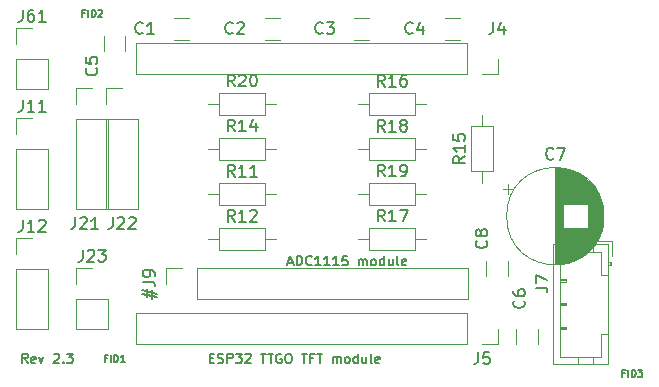
<source format=gto>
G04 #@! TF.GenerationSoftware,KiCad,Pcbnew,(5.1.6-0-10_14)*
G04 #@! TF.CreationDate,2021-08-19T15:45:43+01:00*
G04 #@! TF.ProjectId,JuntekOnSteroidsTTGO,4a756e74-656b-44f6-9e53-7465726f6964,2.3*
G04 #@! TF.SameCoordinates,PX5b716c8PY5b716c8*
G04 #@! TF.FileFunction,Legend,Top*
G04 #@! TF.FilePolarity,Positive*
%FSLAX46Y46*%
G04 Gerber Fmt 4.6, Leading zero omitted, Abs format (unit mm)*
G04 Created by KiCad (PCBNEW (5.1.6-0-10_14)) date 2021-08-19 15:45:43*
%MOMM*%
%LPD*%
G01*
G04 APERTURE LIST*
%ADD10C,0.150000*%
%ADD11C,0.120000*%
G04 APERTURE END LIST*
D10*
X26759523Y15741667D02*
X27140476Y15741667D01*
X26683333Y15513096D02*
X26950000Y16313096D01*
X27216666Y15513096D01*
X27483333Y15513096D02*
X27483333Y16313096D01*
X27673809Y16313096D01*
X27788095Y16275000D01*
X27864285Y16198810D01*
X27902380Y16122620D01*
X27940476Y15970239D01*
X27940476Y15855953D01*
X27902380Y15703572D01*
X27864285Y15627381D01*
X27788095Y15551191D01*
X27673809Y15513096D01*
X27483333Y15513096D01*
X28740476Y15589286D02*
X28702380Y15551191D01*
X28588095Y15513096D01*
X28511904Y15513096D01*
X28397619Y15551191D01*
X28321428Y15627381D01*
X28283333Y15703572D01*
X28245238Y15855953D01*
X28245238Y15970239D01*
X28283333Y16122620D01*
X28321428Y16198810D01*
X28397619Y16275000D01*
X28511904Y16313096D01*
X28588095Y16313096D01*
X28702380Y16275000D01*
X28740476Y16236905D01*
X29502380Y15513096D02*
X29045238Y15513096D01*
X29273809Y15513096D02*
X29273809Y16313096D01*
X29197619Y16198810D01*
X29121428Y16122620D01*
X29045238Y16084524D01*
X30264285Y15513096D02*
X29807142Y15513096D01*
X30035714Y15513096D02*
X30035714Y16313096D01*
X29959523Y16198810D01*
X29883333Y16122620D01*
X29807142Y16084524D01*
X31026190Y15513096D02*
X30569047Y15513096D01*
X30797619Y15513096D02*
X30797619Y16313096D01*
X30721428Y16198810D01*
X30645238Y16122620D01*
X30569047Y16084524D01*
X31750000Y16313096D02*
X31369047Y16313096D01*
X31330952Y15932143D01*
X31369047Y15970239D01*
X31445238Y16008334D01*
X31635714Y16008334D01*
X31711904Y15970239D01*
X31750000Y15932143D01*
X31788095Y15855953D01*
X31788095Y15665477D01*
X31750000Y15589286D01*
X31711904Y15551191D01*
X31635714Y15513096D01*
X31445238Y15513096D01*
X31369047Y15551191D01*
X31330952Y15589286D01*
X32740476Y15513096D02*
X32740476Y16046429D01*
X32740476Y15970239D02*
X32778571Y16008334D01*
X32854761Y16046429D01*
X32969047Y16046429D01*
X33045238Y16008334D01*
X33083333Y15932143D01*
X33083333Y15513096D01*
X33083333Y15932143D02*
X33121428Y16008334D01*
X33197619Y16046429D01*
X33311904Y16046429D01*
X33388095Y16008334D01*
X33426190Y15932143D01*
X33426190Y15513096D01*
X33921428Y15513096D02*
X33845238Y15551191D01*
X33807142Y15589286D01*
X33769047Y15665477D01*
X33769047Y15894048D01*
X33807142Y15970239D01*
X33845238Y16008334D01*
X33921428Y16046429D01*
X34035714Y16046429D01*
X34111904Y16008334D01*
X34150000Y15970239D01*
X34188095Y15894048D01*
X34188095Y15665477D01*
X34150000Y15589286D01*
X34111904Y15551191D01*
X34035714Y15513096D01*
X33921428Y15513096D01*
X34873809Y15513096D02*
X34873809Y16313096D01*
X34873809Y15551191D02*
X34797619Y15513096D01*
X34645238Y15513096D01*
X34569047Y15551191D01*
X34530952Y15589286D01*
X34492857Y15665477D01*
X34492857Y15894048D01*
X34530952Y15970239D01*
X34569047Y16008334D01*
X34645238Y16046429D01*
X34797619Y16046429D01*
X34873809Y16008334D01*
X35597619Y16046429D02*
X35597619Y15513096D01*
X35254761Y16046429D02*
X35254761Y15627381D01*
X35292857Y15551191D01*
X35369047Y15513096D01*
X35483333Y15513096D01*
X35559523Y15551191D01*
X35597619Y15589286D01*
X36092857Y15513096D02*
X36016666Y15551191D01*
X35978571Y15627381D01*
X35978571Y16313096D01*
X36702380Y15551191D02*
X36626190Y15513096D01*
X36473809Y15513096D01*
X36397619Y15551191D01*
X36359523Y15627381D01*
X36359523Y15932143D01*
X36397619Y16008334D01*
X36473809Y16046429D01*
X36626190Y16046429D01*
X36702380Y16008334D01*
X36740476Y15932143D01*
X36740476Y15855953D01*
X36359523Y15779762D01*
X20124047Y7677143D02*
X20390714Y7677143D01*
X20505000Y7258096D02*
X20124047Y7258096D01*
X20124047Y8058096D01*
X20505000Y8058096D01*
X20809761Y7296191D02*
X20924047Y7258096D01*
X21114523Y7258096D01*
X21190714Y7296191D01*
X21228809Y7334286D01*
X21266904Y7410477D01*
X21266904Y7486667D01*
X21228809Y7562858D01*
X21190714Y7600953D01*
X21114523Y7639048D01*
X20962142Y7677143D01*
X20885952Y7715239D01*
X20847857Y7753334D01*
X20809761Y7829524D01*
X20809761Y7905715D01*
X20847857Y7981905D01*
X20885952Y8020000D01*
X20962142Y8058096D01*
X21152619Y8058096D01*
X21266904Y8020000D01*
X21609761Y7258096D02*
X21609761Y8058096D01*
X21914523Y8058096D01*
X21990714Y8020000D01*
X22028809Y7981905D01*
X22066904Y7905715D01*
X22066904Y7791429D01*
X22028809Y7715239D01*
X21990714Y7677143D01*
X21914523Y7639048D01*
X21609761Y7639048D01*
X22333571Y8058096D02*
X22828809Y8058096D01*
X22562142Y7753334D01*
X22676428Y7753334D01*
X22752619Y7715239D01*
X22790714Y7677143D01*
X22828809Y7600953D01*
X22828809Y7410477D01*
X22790714Y7334286D01*
X22752619Y7296191D01*
X22676428Y7258096D01*
X22447857Y7258096D01*
X22371666Y7296191D01*
X22333571Y7334286D01*
X23133571Y7981905D02*
X23171666Y8020000D01*
X23247857Y8058096D01*
X23438333Y8058096D01*
X23514523Y8020000D01*
X23552619Y7981905D01*
X23590714Y7905715D01*
X23590714Y7829524D01*
X23552619Y7715239D01*
X23095476Y7258096D01*
X23590714Y7258096D01*
X24428809Y8058096D02*
X24885952Y8058096D01*
X24657380Y7258096D02*
X24657380Y8058096D01*
X25038333Y8058096D02*
X25495476Y8058096D01*
X25266904Y7258096D02*
X25266904Y8058096D01*
X26181190Y8020000D02*
X26105000Y8058096D01*
X25990714Y8058096D01*
X25876428Y8020000D01*
X25800238Y7943810D01*
X25762142Y7867620D01*
X25724047Y7715239D01*
X25724047Y7600953D01*
X25762142Y7448572D01*
X25800238Y7372381D01*
X25876428Y7296191D01*
X25990714Y7258096D01*
X26066904Y7258096D01*
X26181190Y7296191D01*
X26219285Y7334286D01*
X26219285Y7600953D01*
X26066904Y7600953D01*
X26714523Y8058096D02*
X26866904Y8058096D01*
X26943095Y8020000D01*
X27019285Y7943810D01*
X27057380Y7791429D01*
X27057380Y7524762D01*
X27019285Y7372381D01*
X26943095Y7296191D01*
X26866904Y7258096D01*
X26714523Y7258096D01*
X26638333Y7296191D01*
X26562142Y7372381D01*
X26524047Y7524762D01*
X26524047Y7791429D01*
X26562142Y7943810D01*
X26638333Y8020000D01*
X26714523Y8058096D01*
X27895476Y8058096D02*
X28352619Y8058096D01*
X28124047Y7258096D02*
X28124047Y8058096D01*
X28885952Y7677143D02*
X28619285Y7677143D01*
X28619285Y7258096D02*
X28619285Y8058096D01*
X29000238Y8058096D01*
X29190714Y8058096D02*
X29647857Y8058096D01*
X29419285Y7258096D02*
X29419285Y8058096D01*
X30524047Y7258096D02*
X30524047Y7791429D01*
X30524047Y7715239D02*
X30562142Y7753334D01*
X30638333Y7791429D01*
X30752619Y7791429D01*
X30828809Y7753334D01*
X30866904Y7677143D01*
X30866904Y7258096D01*
X30866904Y7677143D02*
X30905000Y7753334D01*
X30981190Y7791429D01*
X31095476Y7791429D01*
X31171666Y7753334D01*
X31209761Y7677143D01*
X31209761Y7258096D01*
X31705000Y7258096D02*
X31628809Y7296191D01*
X31590714Y7334286D01*
X31552619Y7410477D01*
X31552619Y7639048D01*
X31590714Y7715239D01*
X31628809Y7753334D01*
X31705000Y7791429D01*
X31819285Y7791429D01*
X31895476Y7753334D01*
X31933571Y7715239D01*
X31971666Y7639048D01*
X31971666Y7410477D01*
X31933571Y7334286D01*
X31895476Y7296191D01*
X31819285Y7258096D01*
X31705000Y7258096D01*
X32657380Y7258096D02*
X32657380Y8058096D01*
X32657380Y7296191D02*
X32581190Y7258096D01*
X32428809Y7258096D01*
X32352619Y7296191D01*
X32314523Y7334286D01*
X32276428Y7410477D01*
X32276428Y7639048D01*
X32314523Y7715239D01*
X32352619Y7753334D01*
X32428809Y7791429D01*
X32581190Y7791429D01*
X32657380Y7753334D01*
X33381190Y7791429D02*
X33381190Y7258096D01*
X33038333Y7791429D02*
X33038333Y7372381D01*
X33076428Y7296191D01*
X33152619Y7258096D01*
X33266904Y7258096D01*
X33343095Y7296191D01*
X33381190Y7334286D01*
X33876428Y7258096D02*
X33800238Y7296191D01*
X33762142Y7372381D01*
X33762142Y8058096D01*
X34485952Y7296191D02*
X34409761Y7258096D01*
X34257380Y7258096D01*
X34181190Y7296191D01*
X34143095Y7372381D01*
X34143095Y7677143D01*
X34181190Y7753334D01*
X34257380Y7791429D01*
X34409761Y7791429D01*
X34485952Y7753334D01*
X34524047Y7677143D01*
X34524047Y7600953D01*
X34143095Y7524762D01*
X4692857Y7258096D02*
X4426190Y7639048D01*
X4235714Y7258096D02*
X4235714Y8058096D01*
X4540476Y8058096D01*
X4616666Y8020000D01*
X4654761Y7981905D01*
X4692857Y7905715D01*
X4692857Y7791429D01*
X4654761Y7715239D01*
X4616666Y7677143D01*
X4540476Y7639048D01*
X4235714Y7639048D01*
X5340476Y7296191D02*
X5264285Y7258096D01*
X5111904Y7258096D01*
X5035714Y7296191D01*
X4997619Y7372381D01*
X4997619Y7677143D01*
X5035714Y7753334D01*
X5111904Y7791429D01*
X5264285Y7791429D01*
X5340476Y7753334D01*
X5378571Y7677143D01*
X5378571Y7600953D01*
X4997619Y7524762D01*
X5645238Y7791429D02*
X5835714Y7258096D01*
X6026190Y7791429D01*
X6902380Y7981905D02*
X6940476Y8020000D01*
X7016666Y8058096D01*
X7207142Y8058096D01*
X7283333Y8020000D01*
X7321428Y7981905D01*
X7359523Y7905715D01*
X7359523Y7829524D01*
X7321428Y7715239D01*
X6864285Y7258096D01*
X7359523Y7258096D01*
X7702380Y7334286D02*
X7740476Y7296191D01*
X7702380Y7258096D01*
X7664285Y7296191D01*
X7702380Y7334286D01*
X7702380Y7258096D01*
X8007142Y8058096D02*
X8502380Y8058096D01*
X8235714Y7753334D01*
X8350000Y7753334D01*
X8426190Y7715239D01*
X8464285Y7677143D01*
X8502380Y7600953D01*
X8502380Y7410477D01*
X8464285Y7334286D01*
X8426190Y7296191D01*
X8350000Y7258096D01*
X8121428Y7258096D01*
X8045238Y7296191D01*
X8007142Y7334286D01*
D11*
G04 #@! TO.C,C6*
X46070000Y8876000D02*
X46070000Y10134000D01*
X47910000Y8876000D02*
X47910000Y10134000D01*
G04 #@! TO.C,C5*
X12985000Y34939000D02*
X12985000Y33681000D01*
X11145000Y34939000D02*
X11145000Y33681000D01*
G04 #@! TO.C,J22*
X11370000Y20260000D02*
X14030000Y20260000D01*
X11370000Y27940000D02*
X11370000Y20260000D01*
X14030000Y27940000D02*
X14030000Y20260000D01*
X11370000Y27940000D02*
X14030000Y27940000D01*
X11370000Y29210000D02*
X11370000Y30540000D01*
X11370000Y30540000D02*
X12700000Y30540000D01*
G04 #@! TO.C,J21*
X8830000Y20260000D02*
X11490000Y20260000D01*
X8830000Y27940000D02*
X8830000Y20260000D01*
X11490000Y27940000D02*
X11490000Y20260000D01*
X8830000Y27940000D02*
X11490000Y27940000D01*
X8830000Y29210000D02*
X8830000Y30540000D01*
X8830000Y30540000D02*
X10160000Y30540000D01*
G04 #@! TO.C,J61*
X3750000Y30420000D02*
X6410000Y30420000D01*
X3750000Y33020000D02*
X3750000Y30420000D01*
X6410000Y33020000D02*
X6410000Y30420000D01*
X3750000Y33020000D02*
X6410000Y33020000D01*
X3750000Y34290000D02*
X3750000Y35620000D01*
X3750000Y35620000D02*
X5080000Y35620000D01*
G04 #@! TO.C,J12*
X3750000Y10100000D02*
X6410000Y10100000D01*
X3750000Y15240000D02*
X3750000Y10100000D01*
X6410000Y15240000D02*
X6410000Y10100000D01*
X3750000Y15240000D02*
X6410000Y15240000D01*
X3750000Y16510000D02*
X3750000Y17840000D01*
X3750000Y17840000D02*
X5080000Y17840000D01*
G04 #@! TO.C,J11*
X3750000Y20260000D02*
X6410000Y20260000D01*
X3750000Y25400000D02*
X3750000Y20260000D01*
X6410000Y25400000D02*
X6410000Y20260000D01*
X3750000Y25400000D02*
X6410000Y25400000D01*
X3750000Y26670000D02*
X3750000Y28000000D01*
X3750000Y28000000D02*
X5080000Y28000000D01*
G04 #@! TO.C,J23*
X8830000Y10100000D02*
X11490000Y10100000D01*
X8830000Y12700000D02*
X8830000Y10100000D01*
X11490000Y12700000D02*
X11490000Y10100000D01*
X8830000Y12700000D02*
X11490000Y12700000D01*
X8830000Y13970000D02*
X8830000Y15300000D01*
X8830000Y15300000D02*
X10160000Y15300000D01*
G04 #@! TO.C,R20*
X20940000Y30130000D02*
X20940000Y28290000D01*
X20940000Y28290000D02*
X24780000Y28290000D01*
X24780000Y28290000D02*
X24780000Y30130000D01*
X24780000Y30130000D02*
X20940000Y30130000D01*
X19990000Y29210000D02*
X20940000Y29210000D01*
X25730000Y29210000D02*
X24780000Y29210000D01*
G04 #@! TO.C,R19*
X33640000Y22510000D02*
X33640000Y20670000D01*
X33640000Y20670000D02*
X37480000Y20670000D01*
X37480000Y20670000D02*
X37480000Y22510000D01*
X37480000Y22510000D02*
X33640000Y22510000D01*
X32690000Y21590000D02*
X33640000Y21590000D01*
X38430000Y21590000D02*
X37480000Y21590000D01*
G04 #@! TO.C,R18*
X37480000Y24480000D02*
X37480000Y26320000D01*
X37480000Y26320000D02*
X33640000Y26320000D01*
X33640000Y26320000D02*
X33640000Y24480000D01*
X33640000Y24480000D02*
X37480000Y24480000D01*
X38430000Y25400000D02*
X37480000Y25400000D01*
X32690000Y25400000D02*
X33640000Y25400000D01*
G04 #@! TO.C,R17*
X33640000Y18700000D02*
X33640000Y16860000D01*
X33640000Y16860000D02*
X37480000Y16860000D01*
X37480000Y16860000D02*
X37480000Y18700000D01*
X37480000Y18700000D02*
X33640000Y18700000D01*
X32690000Y17780000D02*
X33640000Y17780000D01*
X38430000Y17780000D02*
X37480000Y17780000D01*
G04 #@! TO.C,R16*
X37480000Y28290000D02*
X37480000Y30130000D01*
X37480000Y30130000D02*
X33640000Y30130000D01*
X33640000Y30130000D02*
X33640000Y28290000D01*
X33640000Y28290000D02*
X37480000Y28290000D01*
X38430000Y29210000D02*
X37480000Y29210000D01*
X32690000Y29210000D02*
X33640000Y29210000D01*
G04 #@! TO.C,R15*
X44100000Y27320000D02*
X42260000Y27320000D01*
X42260000Y27320000D02*
X42260000Y23480000D01*
X42260000Y23480000D02*
X44100000Y23480000D01*
X44100000Y23480000D02*
X44100000Y27320000D01*
X43180000Y28270000D02*
X43180000Y27320000D01*
X43180000Y22530000D02*
X43180000Y23480000D01*
G04 #@! TO.C,R12*
X24780000Y16860000D02*
X24780000Y18700000D01*
X24780000Y18700000D02*
X20940000Y18700000D01*
X20940000Y18700000D02*
X20940000Y16860000D01*
X20940000Y16860000D02*
X24780000Y16860000D01*
X25730000Y17780000D02*
X24780000Y17780000D01*
X19990000Y17780000D02*
X20940000Y17780000D01*
G04 #@! TO.C,R11*
X24780000Y20670000D02*
X24780000Y22510000D01*
X24780000Y22510000D02*
X20940000Y22510000D01*
X20940000Y22510000D02*
X20940000Y20670000D01*
X20940000Y20670000D02*
X24780000Y20670000D01*
X25730000Y21590000D02*
X24780000Y21590000D01*
X19990000Y21590000D02*
X20940000Y21590000D01*
G04 #@! TO.C,C3*
X32371000Y36480000D02*
X33629000Y36480000D01*
X32371000Y34640000D02*
X33629000Y34640000D01*
G04 #@! TO.C,C2*
X26049000Y34640000D02*
X24791000Y34640000D01*
X26049000Y36480000D02*
X24791000Y36480000D01*
G04 #@! TO.C,C1*
X17131000Y36480000D02*
X18389000Y36480000D01*
X17131000Y34640000D02*
X18389000Y34640000D01*
G04 #@! TO.C,#J9*
X19050000Y12640000D02*
X19050000Y15300000D01*
X19050000Y12640000D02*
X41970000Y12640000D01*
X41970000Y12640000D02*
X41970000Y15300000D01*
X19050000Y15300000D02*
X41970000Y15300000D01*
X16450000Y15300000D02*
X17780000Y15300000D01*
X16450000Y13970000D02*
X16450000Y15300000D01*
G04 #@! TO.C,R14*
X20940000Y26320000D02*
X20940000Y24480000D01*
X20940000Y24480000D02*
X24780000Y24480000D01*
X24780000Y24480000D02*
X24780000Y26320000D01*
X24780000Y26320000D02*
X20940000Y26320000D01*
X19990000Y25400000D02*
X20940000Y25400000D01*
X25730000Y25400000D02*
X24780000Y25400000D01*
G04 #@! TO.C,C8*
X45370000Y15889000D02*
X45370000Y14631000D01*
X43530000Y15889000D02*
X43530000Y14631000D01*
G04 #@! TO.C,J7*
X54180000Y17600000D02*
X52930000Y17600000D01*
X54180000Y16350000D02*
X54180000Y17600000D01*
X49770000Y10240000D02*
X50270000Y10240000D01*
X50270000Y10140000D02*
X49770000Y10140000D01*
X50270000Y10340000D02*
X50270000Y10140000D01*
X49770000Y10340000D02*
X50270000Y10340000D01*
X49770000Y12240000D02*
X50270000Y12240000D01*
X50270000Y12140000D02*
X49770000Y12140000D01*
X50270000Y12340000D02*
X50270000Y12140000D01*
X49770000Y12340000D02*
X50270000Y12340000D01*
X49770000Y14240000D02*
X50270000Y14240000D01*
X50270000Y14140000D02*
X49770000Y14140000D01*
X50270000Y14340000D02*
X50270000Y14140000D01*
X49770000Y14340000D02*
X50270000Y14340000D01*
X51270000Y7180000D02*
X51270000Y7790000D01*
X52570000Y7180000D02*
X52570000Y7790000D01*
X51270000Y17300000D02*
X51270000Y16690000D01*
X52570000Y17300000D02*
X52570000Y16690000D01*
X53270000Y9740000D02*
X53880000Y9740000D01*
X53270000Y7790000D02*
X53270000Y9740000D01*
X49770000Y7790000D02*
X53270000Y7790000D01*
X49770000Y16690000D02*
X49770000Y7790000D01*
X53270000Y16690000D02*
X49770000Y16690000D01*
X53270000Y14740000D02*
X53270000Y16690000D01*
X53880000Y14740000D02*
X53270000Y14740000D01*
X53980000Y15540000D02*
X53980000Y15840000D01*
X54080000Y15840000D02*
X53880000Y15840000D01*
X54080000Y15540000D02*
X54080000Y15840000D01*
X53880000Y15540000D02*
X54080000Y15540000D01*
X53880000Y7180000D02*
X53880000Y17300000D01*
X49160000Y7180000D02*
X53880000Y7180000D01*
X49160000Y17300000D02*
X49160000Y7180000D01*
X53880000Y17300000D02*
X49160000Y17300000D01*
G04 #@! TO.C,C4*
X41289000Y34640000D02*
X40031000Y34640000D01*
X41289000Y36480000D02*
X40031000Y36480000D01*
G04 #@! TO.C,C7*
X53495000Y19685000D02*
G75*
G03*
X53495000Y19685000I-4120000J0D01*
G01*
X49375000Y23765000D02*
X49375000Y15605000D01*
X49415000Y23765000D02*
X49415000Y15605000D01*
X49455000Y23765000D02*
X49455000Y15605000D01*
X49495000Y23764000D02*
X49495000Y15606000D01*
X49535000Y23762000D02*
X49535000Y15608000D01*
X49575000Y23761000D02*
X49575000Y15609000D01*
X49615000Y23759000D02*
X49615000Y15611000D01*
X49655000Y23756000D02*
X49655000Y15614000D01*
X49695000Y23753000D02*
X49695000Y15617000D01*
X49735000Y23750000D02*
X49735000Y15620000D01*
X49775000Y23746000D02*
X49775000Y15624000D01*
X49815000Y23742000D02*
X49815000Y15628000D01*
X49855000Y23737000D02*
X49855000Y15633000D01*
X49895000Y23733000D02*
X49895000Y15637000D01*
X49935000Y23727000D02*
X49935000Y15643000D01*
X49975000Y23722000D02*
X49975000Y15648000D01*
X50015000Y23715000D02*
X50015000Y15655000D01*
X50055000Y23709000D02*
X50055000Y15661000D01*
X50096000Y23702000D02*
X50096000Y20725000D01*
X50096000Y18645000D02*
X50096000Y15668000D01*
X50136000Y23695000D02*
X50136000Y20725000D01*
X50136000Y18645000D02*
X50136000Y15675000D01*
X50176000Y23687000D02*
X50176000Y20725000D01*
X50176000Y18645000D02*
X50176000Y15683000D01*
X50216000Y23679000D02*
X50216000Y20725000D01*
X50216000Y18645000D02*
X50216000Y15691000D01*
X50256000Y23670000D02*
X50256000Y20725000D01*
X50256000Y18645000D02*
X50256000Y15700000D01*
X50296000Y23661000D02*
X50296000Y20725000D01*
X50296000Y18645000D02*
X50296000Y15709000D01*
X50336000Y23652000D02*
X50336000Y20725000D01*
X50336000Y18645000D02*
X50336000Y15718000D01*
X50376000Y23642000D02*
X50376000Y20725000D01*
X50376000Y18645000D02*
X50376000Y15728000D01*
X50416000Y23632000D02*
X50416000Y20725000D01*
X50416000Y18645000D02*
X50416000Y15738000D01*
X50456000Y23621000D02*
X50456000Y20725000D01*
X50456000Y18645000D02*
X50456000Y15749000D01*
X50496000Y23610000D02*
X50496000Y20725000D01*
X50496000Y18645000D02*
X50496000Y15760000D01*
X50536000Y23599000D02*
X50536000Y20725000D01*
X50536000Y18645000D02*
X50536000Y15771000D01*
X50576000Y23587000D02*
X50576000Y20725000D01*
X50576000Y18645000D02*
X50576000Y15783000D01*
X50616000Y23574000D02*
X50616000Y20725000D01*
X50616000Y18645000D02*
X50616000Y15796000D01*
X50656000Y23562000D02*
X50656000Y20725000D01*
X50656000Y18645000D02*
X50656000Y15808000D01*
X50696000Y23548000D02*
X50696000Y20725000D01*
X50696000Y18645000D02*
X50696000Y15822000D01*
X50736000Y23535000D02*
X50736000Y20725000D01*
X50736000Y18645000D02*
X50736000Y15835000D01*
X50776000Y23520000D02*
X50776000Y20725000D01*
X50776000Y18645000D02*
X50776000Y15850000D01*
X50816000Y23506000D02*
X50816000Y20725000D01*
X50816000Y18645000D02*
X50816000Y15864000D01*
X50856000Y23490000D02*
X50856000Y20725000D01*
X50856000Y18645000D02*
X50856000Y15880000D01*
X50896000Y23475000D02*
X50896000Y20725000D01*
X50896000Y18645000D02*
X50896000Y15895000D01*
X50936000Y23459000D02*
X50936000Y20725000D01*
X50936000Y18645000D02*
X50936000Y15911000D01*
X50976000Y23442000D02*
X50976000Y20725000D01*
X50976000Y18645000D02*
X50976000Y15928000D01*
X51016000Y23425000D02*
X51016000Y20725000D01*
X51016000Y18645000D02*
X51016000Y15945000D01*
X51056000Y23407000D02*
X51056000Y20725000D01*
X51056000Y18645000D02*
X51056000Y15963000D01*
X51096000Y23389000D02*
X51096000Y20725000D01*
X51096000Y18645000D02*
X51096000Y15981000D01*
X51136000Y23371000D02*
X51136000Y20725000D01*
X51136000Y18645000D02*
X51136000Y15999000D01*
X51176000Y23351000D02*
X51176000Y20725000D01*
X51176000Y18645000D02*
X51176000Y16019000D01*
X51216000Y23332000D02*
X51216000Y20725000D01*
X51216000Y18645000D02*
X51216000Y16038000D01*
X51256000Y23312000D02*
X51256000Y20725000D01*
X51256000Y18645000D02*
X51256000Y16058000D01*
X51296000Y23291000D02*
X51296000Y20725000D01*
X51296000Y18645000D02*
X51296000Y16079000D01*
X51336000Y23269000D02*
X51336000Y20725000D01*
X51336000Y18645000D02*
X51336000Y16101000D01*
X51376000Y23247000D02*
X51376000Y20725000D01*
X51376000Y18645000D02*
X51376000Y16123000D01*
X51416000Y23225000D02*
X51416000Y20725000D01*
X51416000Y18645000D02*
X51416000Y16145000D01*
X51456000Y23202000D02*
X51456000Y20725000D01*
X51456000Y18645000D02*
X51456000Y16168000D01*
X51496000Y23178000D02*
X51496000Y20725000D01*
X51496000Y18645000D02*
X51496000Y16192000D01*
X51536000Y23154000D02*
X51536000Y20725000D01*
X51536000Y18645000D02*
X51536000Y16216000D01*
X51576000Y23129000D02*
X51576000Y20725000D01*
X51576000Y18645000D02*
X51576000Y16241000D01*
X51616000Y23103000D02*
X51616000Y20725000D01*
X51616000Y18645000D02*
X51616000Y16267000D01*
X51656000Y23077000D02*
X51656000Y20725000D01*
X51656000Y18645000D02*
X51656000Y16293000D01*
X51696000Y23050000D02*
X51696000Y20725000D01*
X51696000Y18645000D02*
X51696000Y16320000D01*
X51736000Y23023000D02*
X51736000Y20725000D01*
X51736000Y18645000D02*
X51736000Y16347000D01*
X51776000Y22994000D02*
X51776000Y20725000D01*
X51776000Y18645000D02*
X51776000Y16376000D01*
X51816000Y22965000D02*
X51816000Y20725000D01*
X51816000Y18645000D02*
X51816000Y16405000D01*
X51856000Y22935000D02*
X51856000Y20725000D01*
X51856000Y18645000D02*
X51856000Y16435000D01*
X51896000Y22905000D02*
X51896000Y20725000D01*
X51896000Y18645000D02*
X51896000Y16465000D01*
X51936000Y22874000D02*
X51936000Y20725000D01*
X51936000Y18645000D02*
X51936000Y16496000D01*
X51976000Y22841000D02*
X51976000Y20725000D01*
X51976000Y18645000D02*
X51976000Y16529000D01*
X52016000Y22809000D02*
X52016000Y20725000D01*
X52016000Y18645000D02*
X52016000Y16561000D01*
X52056000Y22775000D02*
X52056000Y20725000D01*
X52056000Y18645000D02*
X52056000Y16595000D01*
X52096000Y22740000D02*
X52096000Y20725000D01*
X52096000Y18645000D02*
X52096000Y16630000D01*
X52136000Y22704000D02*
X52136000Y20725000D01*
X52136000Y18645000D02*
X52136000Y16666000D01*
X52176000Y22668000D02*
X52176000Y16702000D01*
X52216000Y22630000D02*
X52216000Y16740000D01*
X52256000Y22592000D02*
X52256000Y16778000D01*
X52296000Y22552000D02*
X52296000Y16818000D01*
X52336000Y22511000D02*
X52336000Y16859000D01*
X52376000Y22469000D02*
X52376000Y16901000D01*
X52416000Y22426000D02*
X52416000Y16944000D01*
X52456000Y22382000D02*
X52456000Y16988000D01*
X52496000Y22336000D02*
X52496000Y17034000D01*
X52536000Y22289000D02*
X52536000Y17081000D01*
X52576000Y22241000D02*
X52576000Y17129000D01*
X52616000Y22190000D02*
X52616000Y17180000D01*
X52656000Y22139000D02*
X52656000Y17231000D01*
X52696000Y22085000D02*
X52696000Y17285000D01*
X52736000Y22030000D02*
X52736000Y17340000D01*
X52776000Y21972000D02*
X52776000Y17398000D01*
X52816000Y21913000D02*
X52816000Y17457000D01*
X52856000Y21851000D02*
X52856000Y17519000D01*
X52896000Y21787000D02*
X52896000Y17583000D01*
X52936000Y21719000D02*
X52936000Y17651000D01*
X52976000Y21649000D02*
X52976000Y17721000D01*
X53016000Y21575000D02*
X53016000Y17795000D01*
X53056000Y21498000D02*
X53056000Y17872000D01*
X53096000Y21416000D02*
X53096000Y17954000D01*
X53136000Y21330000D02*
X53136000Y18040000D01*
X53176000Y21237000D02*
X53176000Y18133000D01*
X53216000Y21138000D02*
X53216000Y18232000D01*
X53256000Y21031000D02*
X53256000Y18339000D01*
X53296000Y20914000D02*
X53296000Y18456000D01*
X53336000Y20783000D02*
X53336000Y18587000D01*
X53376000Y20633000D02*
X53376000Y18737000D01*
X53416000Y20453000D02*
X53416000Y18917000D01*
X53456000Y20218000D02*
X53456000Y19152000D01*
X44965302Y22000000D02*
X45765302Y22000000D01*
X45365302Y22400000D02*
X45365302Y21600000D01*
G04 #@! TO.C,J5*
X44510000Y10160000D02*
X44510000Y8830000D01*
X44510000Y8830000D02*
X43180000Y8830000D01*
X41910000Y8830000D02*
X13910000Y8830000D01*
X13910000Y11490000D02*
X13910000Y8830000D01*
X41910000Y11490000D02*
X13910000Y11490000D01*
X41910000Y11490000D02*
X41910000Y8830000D01*
G04 #@! TO.C,J4*
X44510000Y33020000D02*
X44510000Y31690000D01*
X44510000Y31690000D02*
X43180000Y31690000D01*
X41910000Y31690000D02*
X13910000Y31690000D01*
X13910000Y34350000D02*
X13910000Y31690000D01*
X41910000Y34350000D02*
X13910000Y34350000D01*
X41910000Y34350000D02*
X41910000Y31690000D01*
G04 #@! TO.C,C6*
D10*
X46712142Y12533334D02*
X46759761Y12485715D01*
X46807380Y12342858D01*
X46807380Y12247620D01*
X46759761Y12104762D01*
X46664523Y12009524D01*
X46569285Y11961905D01*
X46378809Y11914286D01*
X46235952Y11914286D01*
X46045476Y11961905D01*
X45950238Y12009524D01*
X45855000Y12104762D01*
X45807380Y12247620D01*
X45807380Y12342858D01*
X45855000Y12485715D01*
X45902619Y12533334D01*
X45807380Y13390477D02*
X45807380Y13200000D01*
X45855000Y13104762D01*
X45902619Y13057143D01*
X46045476Y12961905D01*
X46235952Y12914286D01*
X46616904Y12914286D01*
X46712142Y12961905D01*
X46759761Y13009524D01*
X46807380Y13104762D01*
X46807380Y13295239D01*
X46759761Y13390477D01*
X46712142Y13438096D01*
X46616904Y13485715D01*
X46378809Y13485715D01*
X46283571Y13438096D01*
X46235952Y13390477D01*
X46188333Y13295239D01*
X46188333Y13104762D01*
X46235952Y13009524D01*
X46283571Y12961905D01*
X46378809Y12914286D01*
G04 #@! TO.C,C5*
X10517142Y32218334D02*
X10564761Y32170715D01*
X10612380Y32027858D01*
X10612380Y31932620D01*
X10564761Y31789762D01*
X10469523Y31694524D01*
X10374285Y31646905D01*
X10183809Y31599286D01*
X10040952Y31599286D01*
X9850476Y31646905D01*
X9755238Y31694524D01*
X9660000Y31789762D01*
X9612380Y31932620D01*
X9612380Y32027858D01*
X9660000Y32170715D01*
X9707619Y32218334D01*
X9612380Y33123096D02*
X9612380Y32646905D01*
X10088571Y32599286D01*
X10040952Y32646905D01*
X9993333Y32742143D01*
X9993333Y32980239D01*
X10040952Y33075477D01*
X10088571Y33123096D01*
X10183809Y33170715D01*
X10421904Y33170715D01*
X10517142Y33123096D01*
X10564761Y33075477D01*
X10612380Y32980239D01*
X10612380Y32742143D01*
X10564761Y32646905D01*
X10517142Y32599286D01*
G04 #@! TO.C,J22*
X11890476Y19597620D02*
X11890476Y18883334D01*
X11842857Y18740477D01*
X11747619Y18645239D01*
X11604761Y18597620D01*
X11509523Y18597620D01*
X12319047Y19502381D02*
X12366666Y19550000D01*
X12461904Y19597620D01*
X12700000Y19597620D01*
X12795238Y19550000D01*
X12842857Y19502381D01*
X12890476Y19407143D01*
X12890476Y19311905D01*
X12842857Y19169048D01*
X12271428Y18597620D01*
X12890476Y18597620D01*
X13271428Y19502381D02*
X13319047Y19550000D01*
X13414285Y19597620D01*
X13652380Y19597620D01*
X13747619Y19550000D01*
X13795238Y19502381D01*
X13842857Y19407143D01*
X13842857Y19311905D01*
X13795238Y19169048D01*
X13223809Y18597620D01*
X13842857Y18597620D01*
G04 #@! TO.C,J21*
X8715476Y19597620D02*
X8715476Y18883334D01*
X8667857Y18740477D01*
X8572619Y18645239D01*
X8429761Y18597620D01*
X8334523Y18597620D01*
X9144047Y19502381D02*
X9191666Y19550000D01*
X9286904Y19597620D01*
X9525000Y19597620D01*
X9620238Y19550000D01*
X9667857Y19502381D01*
X9715476Y19407143D01*
X9715476Y19311905D01*
X9667857Y19169048D01*
X9096428Y18597620D01*
X9715476Y18597620D01*
X10667857Y18597620D02*
X10096428Y18597620D01*
X10382142Y18597620D02*
X10382142Y19597620D01*
X10286904Y19454762D01*
X10191666Y19359524D01*
X10096428Y19311905D01*
G04 #@! TO.C,J61*
X4270476Y37167620D02*
X4270476Y36453334D01*
X4222857Y36310477D01*
X4127619Y36215239D01*
X3984761Y36167620D01*
X3889523Y36167620D01*
X5175238Y37167620D02*
X4984761Y37167620D01*
X4889523Y37120000D01*
X4841904Y37072381D01*
X4746666Y36929524D01*
X4699047Y36739048D01*
X4699047Y36358096D01*
X4746666Y36262858D01*
X4794285Y36215239D01*
X4889523Y36167620D01*
X5080000Y36167620D01*
X5175238Y36215239D01*
X5222857Y36262858D01*
X5270476Y36358096D01*
X5270476Y36596191D01*
X5222857Y36691429D01*
X5175238Y36739048D01*
X5080000Y36786667D01*
X4889523Y36786667D01*
X4794285Y36739048D01*
X4746666Y36691429D01*
X4699047Y36596191D01*
X6222857Y36167620D02*
X5651428Y36167620D01*
X5937142Y36167620D02*
X5937142Y37167620D01*
X5841904Y37024762D01*
X5746666Y36929524D01*
X5651428Y36881905D01*
G04 #@! TO.C,J12*
X4270476Y19387620D02*
X4270476Y18673334D01*
X4222857Y18530477D01*
X4127619Y18435239D01*
X3984761Y18387620D01*
X3889523Y18387620D01*
X5270476Y18387620D02*
X4699047Y18387620D01*
X4984761Y18387620D02*
X4984761Y19387620D01*
X4889523Y19244762D01*
X4794285Y19149524D01*
X4699047Y19101905D01*
X5651428Y19292381D02*
X5699047Y19340000D01*
X5794285Y19387620D01*
X6032380Y19387620D01*
X6127619Y19340000D01*
X6175238Y19292381D01*
X6222857Y19197143D01*
X6222857Y19101905D01*
X6175238Y18959048D01*
X5603809Y18387620D01*
X6222857Y18387620D01*
G04 #@! TO.C,J11*
X4270476Y29547620D02*
X4270476Y28833334D01*
X4222857Y28690477D01*
X4127619Y28595239D01*
X3984761Y28547620D01*
X3889523Y28547620D01*
X5270476Y28547620D02*
X4699047Y28547620D01*
X4984761Y28547620D02*
X4984761Y29547620D01*
X4889523Y29404762D01*
X4794285Y29309524D01*
X4699047Y29261905D01*
X6222857Y28547620D02*
X5651428Y28547620D01*
X5937142Y28547620D02*
X5937142Y29547620D01*
X5841904Y29404762D01*
X5746666Y29309524D01*
X5651428Y29261905D01*
G04 #@! TO.C,J23*
X9350476Y16847620D02*
X9350476Y16133334D01*
X9302857Y15990477D01*
X9207619Y15895239D01*
X9064761Y15847620D01*
X8969523Y15847620D01*
X9779047Y16752381D02*
X9826666Y16800000D01*
X9921904Y16847620D01*
X10160000Y16847620D01*
X10255238Y16800000D01*
X10302857Y16752381D01*
X10350476Y16657143D01*
X10350476Y16561905D01*
X10302857Y16419048D01*
X9731428Y15847620D01*
X10350476Y15847620D01*
X10683809Y16847620D02*
X11302857Y16847620D01*
X10969523Y16466667D01*
X11112380Y16466667D01*
X11207619Y16419048D01*
X11255238Y16371429D01*
X11302857Y16276191D01*
X11302857Y16038096D01*
X11255238Y15942858D01*
X11207619Y15895239D01*
X11112380Y15847620D01*
X10826666Y15847620D01*
X10731428Y15895239D01*
X10683809Y15942858D01*
G04 #@! TO.C,R20*
X22217142Y30677620D02*
X21883809Y31153810D01*
X21645714Y30677620D02*
X21645714Y31677620D01*
X22026666Y31677620D01*
X22121904Y31630000D01*
X22169523Y31582381D01*
X22217142Y31487143D01*
X22217142Y31344286D01*
X22169523Y31249048D01*
X22121904Y31201429D01*
X22026666Y31153810D01*
X21645714Y31153810D01*
X22598095Y31582381D02*
X22645714Y31630000D01*
X22740952Y31677620D01*
X22979047Y31677620D01*
X23074285Y31630000D01*
X23121904Y31582381D01*
X23169523Y31487143D01*
X23169523Y31391905D01*
X23121904Y31249048D01*
X22550476Y30677620D01*
X23169523Y30677620D01*
X23788571Y31677620D02*
X23883809Y31677620D01*
X23979047Y31630000D01*
X24026666Y31582381D01*
X24074285Y31487143D01*
X24121904Y31296667D01*
X24121904Y31058572D01*
X24074285Y30868096D01*
X24026666Y30772858D01*
X23979047Y30725239D01*
X23883809Y30677620D01*
X23788571Y30677620D01*
X23693333Y30725239D01*
X23645714Y30772858D01*
X23598095Y30868096D01*
X23550476Y31058572D01*
X23550476Y31296667D01*
X23598095Y31487143D01*
X23645714Y31582381D01*
X23693333Y31630000D01*
X23788571Y31677620D01*
G04 #@! TO.C,R19*
X34917142Y23057620D02*
X34583809Y23533810D01*
X34345714Y23057620D02*
X34345714Y24057620D01*
X34726666Y24057620D01*
X34821904Y24010000D01*
X34869523Y23962381D01*
X34917142Y23867143D01*
X34917142Y23724286D01*
X34869523Y23629048D01*
X34821904Y23581429D01*
X34726666Y23533810D01*
X34345714Y23533810D01*
X35869523Y23057620D02*
X35298095Y23057620D01*
X35583809Y23057620D02*
X35583809Y24057620D01*
X35488571Y23914762D01*
X35393333Y23819524D01*
X35298095Y23771905D01*
X36345714Y23057620D02*
X36536190Y23057620D01*
X36631428Y23105239D01*
X36679047Y23152858D01*
X36774285Y23295715D01*
X36821904Y23486191D01*
X36821904Y23867143D01*
X36774285Y23962381D01*
X36726666Y24010000D01*
X36631428Y24057620D01*
X36440952Y24057620D01*
X36345714Y24010000D01*
X36298095Y23962381D01*
X36250476Y23867143D01*
X36250476Y23629048D01*
X36298095Y23533810D01*
X36345714Y23486191D01*
X36440952Y23438572D01*
X36631428Y23438572D01*
X36726666Y23486191D01*
X36774285Y23533810D01*
X36821904Y23629048D01*
G04 #@! TO.C,R18*
X34917142Y26852620D02*
X34583809Y27328810D01*
X34345714Y26852620D02*
X34345714Y27852620D01*
X34726666Y27852620D01*
X34821904Y27805000D01*
X34869523Y27757381D01*
X34917142Y27662143D01*
X34917142Y27519286D01*
X34869523Y27424048D01*
X34821904Y27376429D01*
X34726666Y27328810D01*
X34345714Y27328810D01*
X35869523Y26852620D02*
X35298095Y26852620D01*
X35583809Y26852620D02*
X35583809Y27852620D01*
X35488571Y27709762D01*
X35393333Y27614524D01*
X35298095Y27566905D01*
X36440952Y27424048D02*
X36345714Y27471667D01*
X36298095Y27519286D01*
X36250476Y27614524D01*
X36250476Y27662143D01*
X36298095Y27757381D01*
X36345714Y27805000D01*
X36440952Y27852620D01*
X36631428Y27852620D01*
X36726666Y27805000D01*
X36774285Y27757381D01*
X36821904Y27662143D01*
X36821904Y27614524D01*
X36774285Y27519286D01*
X36726666Y27471667D01*
X36631428Y27424048D01*
X36440952Y27424048D01*
X36345714Y27376429D01*
X36298095Y27328810D01*
X36250476Y27233572D01*
X36250476Y27043096D01*
X36298095Y26947858D01*
X36345714Y26900239D01*
X36440952Y26852620D01*
X36631428Y26852620D01*
X36726666Y26900239D01*
X36774285Y26947858D01*
X36821904Y27043096D01*
X36821904Y27233572D01*
X36774285Y27328810D01*
X36726666Y27376429D01*
X36631428Y27424048D01*
G04 #@! TO.C,R17*
X34917142Y19247620D02*
X34583809Y19723810D01*
X34345714Y19247620D02*
X34345714Y20247620D01*
X34726666Y20247620D01*
X34821904Y20200000D01*
X34869523Y20152381D01*
X34917142Y20057143D01*
X34917142Y19914286D01*
X34869523Y19819048D01*
X34821904Y19771429D01*
X34726666Y19723810D01*
X34345714Y19723810D01*
X35869523Y19247620D02*
X35298095Y19247620D01*
X35583809Y19247620D02*
X35583809Y20247620D01*
X35488571Y20104762D01*
X35393333Y20009524D01*
X35298095Y19961905D01*
X36202857Y20247620D02*
X36869523Y20247620D01*
X36440952Y19247620D01*
G04 #@! TO.C,R16*
X34917142Y30662620D02*
X34583809Y31138810D01*
X34345714Y30662620D02*
X34345714Y31662620D01*
X34726666Y31662620D01*
X34821904Y31615000D01*
X34869523Y31567381D01*
X34917142Y31472143D01*
X34917142Y31329286D01*
X34869523Y31234048D01*
X34821904Y31186429D01*
X34726666Y31138810D01*
X34345714Y31138810D01*
X35869523Y30662620D02*
X35298095Y30662620D01*
X35583809Y30662620D02*
X35583809Y31662620D01*
X35488571Y31519762D01*
X35393333Y31424524D01*
X35298095Y31376905D01*
X36726666Y31662620D02*
X36536190Y31662620D01*
X36440952Y31615000D01*
X36393333Y31567381D01*
X36298095Y31424524D01*
X36250476Y31234048D01*
X36250476Y30853096D01*
X36298095Y30757858D01*
X36345714Y30710239D01*
X36440952Y30662620D01*
X36631428Y30662620D01*
X36726666Y30710239D01*
X36774285Y30757858D01*
X36821904Y30853096D01*
X36821904Y31091191D01*
X36774285Y31186429D01*
X36726666Y31234048D01*
X36631428Y31281667D01*
X36440952Y31281667D01*
X36345714Y31234048D01*
X36298095Y31186429D01*
X36250476Y31091191D01*
G04 #@! TO.C,R15*
X41727380Y24757143D02*
X41251190Y24423810D01*
X41727380Y24185715D02*
X40727380Y24185715D01*
X40727380Y24566667D01*
X40775000Y24661905D01*
X40822619Y24709524D01*
X40917857Y24757143D01*
X41060714Y24757143D01*
X41155952Y24709524D01*
X41203571Y24661905D01*
X41251190Y24566667D01*
X41251190Y24185715D01*
X41727380Y25709524D02*
X41727380Y25138096D01*
X41727380Y25423810D02*
X40727380Y25423810D01*
X40870238Y25328572D01*
X40965476Y25233334D01*
X41013095Y25138096D01*
X40727380Y26614286D02*
X40727380Y26138096D01*
X41203571Y26090477D01*
X41155952Y26138096D01*
X41108333Y26233334D01*
X41108333Y26471429D01*
X41155952Y26566667D01*
X41203571Y26614286D01*
X41298809Y26661905D01*
X41536904Y26661905D01*
X41632142Y26614286D01*
X41679761Y26566667D01*
X41727380Y26471429D01*
X41727380Y26233334D01*
X41679761Y26138096D01*
X41632142Y26090477D01*
G04 #@! TO.C,R12*
X22217142Y19232620D02*
X21883809Y19708810D01*
X21645714Y19232620D02*
X21645714Y20232620D01*
X22026666Y20232620D01*
X22121904Y20185000D01*
X22169523Y20137381D01*
X22217142Y20042143D01*
X22217142Y19899286D01*
X22169523Y19804048D01*
X22121904Y19756429D01*
X22026666Y19708810D01*
X21645714Y19708810D01*
X23169523Y19232620D02*
X22598095Y19232620D01*
X22883809Y19232620D02*
X22883809Y20232620D01*
X22788571Y20089762D01*
X22693333Y19994524D01*
X22598095Y19946905D01*
X23550476Y20137381D02*
X23598095Y20185000D01*
X23693333Y20232620D01*
X23931428Y20232620D01*
X24026666Y20185000D01*
X24074285Y20137381D01*
X24121904Y20042143D01*
X24121904Y19946905D01*
X24074285Y19804048D01*
X23502857Y19232620D01*
X24121904Y19232620D01*
G04 #@! TO.C,R11*
X22217142Y23042620D02*
X21883809Y23518810D01*
X21645714Y23042620D02*
X21645714Y24042620D01*
X22026666Y24042620D01*
X22121904Y23995000D01*
X22169523Y23947381D01*
X22217142Y23852143D01*
X22217142Y23709286D01*
X22169523Y23614048D01*
X22121904Y23566429D01*
X22026666Y23518810D01*
X21645714Y23518810D01*
X23169523Y23042620D02*
X22598095Y23042620D01*
X22883809Y23042620D02*
X22883809Y24042620D01*
X22788571Y23899762D01*
X22693333Y23804524D01*
X22598095Y23756905D01*
X24121904Y23042620D02*
X23550476Y23042620D01*
X23836190Y23042620D02*
X23836190Y24042620D01*
X23740952Y23899762D01*
X23645714Y23804524D01*
X23550476Y23756905D01*
G04 #@! TO.C,C3*
X29678333Y35202858D02*
X29630714Y35155239D01*
X29487857Y35107620D01*
X29392619Y35107620D01*
X29249761Y35155239D01*
X29154523Y35250477D01*
X29106904Y35345715D01*
X29059285Y35536191D01*
X29059285Y35679048D01*
X29106904Y35869524D01*
X29154523Y35964762D01*
X29249761Y36060000D01*
X29392619Y36107620D01*
X29487857Y36107620D01*
X29630714Y36060000D01*
X29678333Y36012381D01*
X30011666Y36107620D02*
X30630714Y36107620D01*
X30297380Y35726667D01*
X30440238Y35726667D01*
X30535476Y35679048D01*
X30583095Y35631429D01*
X30630714Y35536191D01*
X30630714Y35298096D01*
X30583095Y35202858D01*
X30535476Y35155239D01*
X30440238Y35107620D01*
X30154523Y35107620D01*
X30059285Y35155239D01*
X30011666Y35202858D01*
G04 #@! TO.C,C2*
X22058333Y35202858D02*
X22010714Y35155239D01*
X21867857Y35107620D01*
X21772619Y35107620D01*
X21629761Y35155239D01*
X21534523Y35250477D01*
X21486904Y35345715D01*
X21439285Y35536191D01*
X21439285Y35679048D01*
X21486904Y35869524D01*
X21534523Y35964762D01*
X21629761Y36060000D01*
X21772619Y36107620D01*
X21867857Y36107620D01*
X22010714Y36060000D01*
X22058333Y36012381D01*
X22439285Y36012381D02*
X22486904Y36060000D01*
X22582142Y36107620D01*
X22820238Y36107620D01*
X22915476Y36060000D01*
X22963095Y36012381D01*
X23010714Y35917143D01*
X23010714Y35821905D01*
X22963095Y35679048D01*
X22391666Y35107620D01*
X23010714Y35107620D01*
G04 #@! TO.C,C1*
X14438333Y35202858D02*
X14390714Y35155239D01*
X14247857Y35107620D01*
X14152619Y35107620D01*
X14009761Y35155239D01*
X13914523Y35250477D01*
X13866904Y35345715D01*
X13819285Y35536191D01*
X13819285Y35679048D01*
X13866904Y35869524D01*
X13914523Y35964762D01*
X14009761Y36060000D01*
X14152619Y36107620D01*
X14247857Y36107620D01*
X14390714Y36060000D01*
X14438333Y36012381D01*
X15390714Y35107620D02*
X14819285Y35107620D01*
X15105000Y35107620D02*
X15105000Y36107620D01*
X15009761Y35964762D01*
X14914523Y35869524D01*
X14819285Y35821905D01*
G04 #@! TO.C,#J9*
X14795714Y12803334D02*
X14795714Y13517620D01*
X14367142Y13089048D02*
X15652857Y12803334D01*
X15224285Y13422381D02*
X15224285Y12708096D01*
X15652857Y13136667D02*
X14367142Y13422381D01*
X14462380Y14136667D02*
X15176666Y14136667D01*
X15319523Y14089048D01*
X15414761Y13993810D01*
X15462380Y13850953D01*
X15462380Y13755715D01*
X15462380Y14660477D02*
X15462380Y14850953D01*
X15414761Y14946191D01*
X15367142Y14993810D01*
X15224285Y15089048D01*
X15033809Y15136667D01*
X14652857Y15136667D01*
X14557619Y15089048D01*
X14510000Y15041429D01*
X14462380Y14946191D01*
X14462380Y14755715D01*
X14510000Y14660477D01*
X14557619Y14612858D01*
X14652857Y14565239D01*
X14890952Y14565239D01*
X14986190Y14612858D01*
X15033809Y14660477D01*
X15081428Y14755715D01*
X15081428Y14946191D01*
X15033809Y15041429D01*
X14986190Y15089048D01*
X14890952Y15136667D01*
G04 #@! TO.C,R14*
X22217142Y26867620D02*
X21883809Y27343810D01*
X21645714Y26867620D02*
X21645714Y27867620D01*
X22026666Y27867620D01*
X22121904Y27820000D01*
X22169523Y27772381D01*
X22217142Y27677143D01*
X22217142Y27534286D01*
X22169523Y27439048D01*
X22121904Y27391429D01*
X22026666Y27343810D01*
X21645714Y27343810D01*
X23169523Y26867620D02*
X22598095Y26867620D01*
X22883809Y26867620D02*
X22883809Y27867620D01*
X22788571Y27724762D01*
X22693333Y27629524D01*
X22598095Y27581905D01*
X24026666Y27534286D02*
X24026666Y26867620D01*
X23788571Y27915239D02*
X23550476Y27200953D01*
X24169523Y27200953D01*
G04 #@! TO.C,C8*
X43537142Y17613334D02*
X43584761Y17565715D01*
X43632380Y17422858D01*
X43632380Y17327620D01*
X43584761Y17184762D01*
X43489523Y17089524D01*
X43394285Y17041905D01*
X43203809Y16994286D01*
X43060952Y16994286D01*
X42870476Y17041905D01*
X42775238Y17089524D01*
X42680000Y17184762D01*
X42632380Y17327620D01*
X42632380Y17422858D01*
X42680000Y17565715D01*
X42727619Y17613334D01*
X43060952Y18184762D02*
X43013333Y18089524D01*
X42965714Y18041905D01*
X42870476Y17994286D01*
X42822857Y17994286D01*
X42727619Y18041905D01*
X42680000Y18089524D01*
X42632380Y18184762D01*
X42632380Y18375239D01*
X42680000Y18470477D01*
X42727619Y18518096D01*
X42822857Y18565715D01*
X42870476Y18565715D01*
X42965714Y18518096D01*
X43013333Y18470477D01*
X43060952Y18375239D01*
X43060952Y18184762D01*
X43108571Y18089524D01*
X43156190Y18041905D01*
X43251428Y17994286D01*
X43441904Y17994286D01*
X43537142Y18041905D01*
X43584761Y18089524D01*
X43632380Y18184762D01*
X43632380Y18375239D01*
X43584761Y18470477D01*
X43537142Y18518096D01*
X43441904Y18565715D01*
X43251428Y18565715D01*
X43156190Y18518096D01*
X43108571Y18470477D01*
X43060952Y18375239D01*
G04 #@! TO.C,J7*
X47712380Y13636667D02*
X48426666Y13636667D01*
X48569523Y13589048D01*
X48664761Y13493810D01*
X48712380Y13350953D01*
X48712380Y13255715D01*
X47712380Y14017620D02*
X47712380Y14684286D01*
X48712380Y14255715D01*
G04 #@! TO.C,C4*
X37298333Y35202858D02*
X37250714Y35155239D01*
X37107857Y35107620D01*
X37012619Y35107620D01*
X36869761Y35155239D01*
X36774523Y35250477D01*
X36726904Y35345715D01*
X36679285Y35536191D01*
X36679285Y35679048D01*
X36726904Y35869524D01*
X36774523Y35964762D01*
X36869761Y36060000D01*
X37012619Y36107620D01*
X37107857Y36107620D01*
X37250714Y36060000D01*
X37298333Y36012381D01*
X38155476Y35774286D02*
X38155476Y35107620D01*
X37917380Y36155239D02*
X37679285Y35440953D01*
X38298333Y35440953D01*
G04 #@! TO.C,C7*
X49208333Y24577858D02*
X49160714Y24530239D01*
X49017857Y24482620D01*
X48922619Y24482620D01*
X48779761Y24530239D01*
X48684523Y24625477D01*
X48636904Y24720715D01*
X48589285Y24911191D01*
X48589285Y25054048D01*
X48636904Y25244524D01*
X48684523Y25339762D01*
X48779761Y25435000D01*
X48922619Y25482620D01*
X49017857Y25482620D01*
X49160714Y25435000D01*
X49208333Y25387381D01*
X49541666Y25482620D02*
X50208333Y25482620D01*
X49779761Y24482620D01*
G04 #@! TO.C,FID3*
X55237142Y6392858D02*
X55037142Y6392858D01*
X55037142Y6078572D02*
X55037142Y6678572D01*
X55322857Y6678572D01*
X55551428Y6078572D02*
X55551428Y6678572D01*
X55837142Y6078572D02*
X55837142Y6678572D01*
X55980000Y6678572D01*
X56065714Y6650000D01*
X56122857Y6592858D01*
X56151428Y6535715D01*
X56180000Y6421429D01*
X56180000Y6335715D01*
X56151428Y6221429D01*
X56122857Y6164286D01*
X56065714Y6107143D01*
X55980000Y6078572D01*
X55837142Y6078572D01*
X56380000Y6678572D02*
X56751428Y6678572D01*
X56551428Y6450000D01*
X56637142Y6450000D01*
X56694285Y6421429D01*
X56722857Y6392858D01*
X56751428Y6335715D01*
X56751428Y6192858D01*
X56722857Y6135715D01*
X56694285Y6107143D01*
X56637142Y6078572D01*
X56465714Y6078572D01*
X56408571Y6107143D01*
X56380000Y6135715D01*
G04 #@! TO.C,FID2*
X9517142Y36872858D02*
X9317142Y36872858D01*
X9317142Y36558572D02*
X9317142Y37158572D01*
X9602857Y37158572D01*
X9831428Y36558572D02*
X9831428Y37158572D01*
X10117142Y36558572D02*
X10117142Y37158572D01*
X10260000Y37158572D01*
X10345714Y37130000D01*
X10402857Y37072858D01*
X10431428Y37015715D01*
X10460000Y36901429D01*
X10460000Y36815715D01*
X10431428Y36701429D01*
X10402857Y36644286D01*
X10345714Y36587143D01*
X10260000Y36558572D01*
X10117142Y36558572D01*
X10688571Y37101429D02*
X10717142Y37130000D01*
X10774285Y37158572D01*
X10917142Y37158572D01*
X10974285Y37130000D01*
X11002857Y37101429D01*
X11031428Y37044286D01*
X11031428Y36987143D01*
X11002857Y36901429D01*
X10660000Y36558572D01*
X11031428Y36558572D01*
G04 #@! TO.C,FID1*
X11422142Y7662858D02*
X11222142Y7662858D01*
X11222142Y7348572D02*
X11222142Y7948572D01*
X11507857Y7948572D01*
X11736428Y7348572D02*
X11736428Y7948572D01*
X12022142Y7348572D02*
X12022142Y7948572D01*
X12165000Y7948572D01*
X12250714Y7920000D01*
X12307857Y7862858D01*
X12336428Y7805715D01*
X12365000Y7691429D01*
X12365000Y7605715D01*
X12336428Y7491429D01*
X12307857Y7434286D01*
X12250714Y7377143D01*
X12165000Y7348572D01*
X12022142Y7348572D01*
X12936428Y7348572D02*
X12593571Y7348572D01*
X12765000Y7348572D02*
X12765000Y7948572D01*
X12707857Y7862858D01*
X12650714Y7805715D01*
X12593571Y7777143D01*
G04 #@! TO.C,J5*
X42846666Y8167620D02*
X42846666Y7453334D01*
X42799047Y7310477D01*
X42703809Y7215239D01*
X42560952Y7167620D01*
X42465714Y7167620D01*
X43799047Y8167620D02*
X43322857Y8167620D01*
X43275238Y7691429D01*
X43322857Y7739048D01*
X43418095Y7786667D01*
X43656190Y7786667D01*
X43751428Y7739048D01*
X43799047Y7691429D01*
X43846666Y7596191D01*
X43846666Y7358096D01*
X43799047Y7262858D01*
X43751428Y7215239D01*
X43656190Y7167620D01*
X43418095Y7167620D01*
X43322857Y7215239D01*
X43275238Y7262858D01*
G04 #@! TO.C,J4*
X44116666Y36107620D02*
X44116666Y35393334D01*
X44069047Y35250477D01*
X43973809Y35155239D01*
X43830952Y35107620D01*
X43735714Y35107620D01*
X45021428Y35774286D02*
X45021428Y35107620D01*
X44783333Y36155239D02*
X44545238Y35440953D01*
X45164285Y35440953D01*
G04 #@! TD*
M02*

</source>
